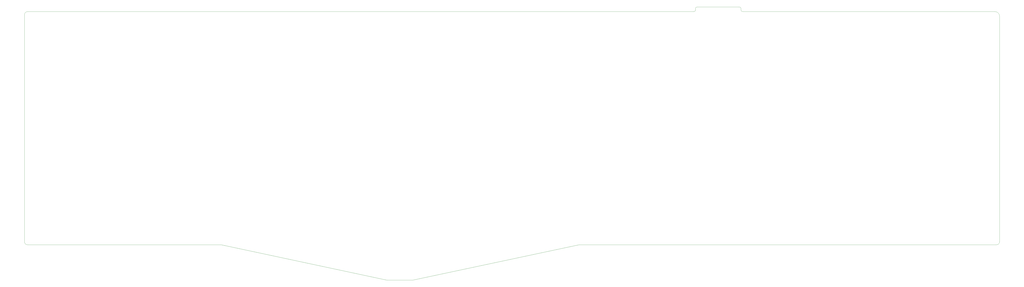
<source format=gm1>
G04 #@! TF.GenerationSoftware,KiCad,Pcbnew,(6.0.1-0)*
G04 #@! TF.CreationDate,2023-03-21T19:08:15-07:00*
G04 #@! TF.ProjectId,adelheid-xt,6164656c-6865-4696-942d-78742e6b6963,rev?*
G04 #@! TF.SameCoordinates,Original*
G04 #@! TF.FileFunction,Profile,NP*
%FSLAX46Y46*%
G04 Gerber Fmt 4.6, Leading zero omitted, Abs format (unit mm)*
G04 Created by KiCad (PCBNEW (6.0.1-0)) date 2023-03-21 19:08:15*
%MOMM*%
%LPD*%
G01*
G04 APERTURE LIST*
G04 #@! TA.AperFunction,Profile*
%ADD10C,0.100000*%
G04 #@! TD*
G04 APERTURE END LIST*
D10*
X2087500Y-347162500D02*
X101400000Y-347162500D01*
X367792000Y-225925000D02*
G75*
G03*
X366998250Y-225131250I-793750J0D01*
G01*
X500356250Y-229893750D02*
G75*
G03*
X497975000Y-227512500I-2381250J0D01*
G01*
X344487500Y-226718750D02*
X344487500Y-225925000D01*
X186200000Y-365250000D02*
X199500000Y-365250000D01*
X101400000Y-347162500D02*
X186200000Y-365250000D01*
X500356250Y-229893750D02*
X500356250Y-345575000D01*
X498768750Y-347162500D02*
X284700000Y-347162500D01*
X367792000Y-226718750D02*
G75*
G03*
X368585750Y-227512500I793750J0D01*
G01*
X2087500Y-227512500D02*
X343693750Y-227512500D01*
X498768750Y-347162500D02*
G75*
G03*
X500356250Y-345575000I0J1587500D01*
G01*
X345281250Y-225131250D02*
G75*
G03*
X344487500Y-225925000I0J-793750D01*
G01*
X2087500Y-227512500D02*
G75*
G03*
X500000Y-229100000I0J-1587500D01*
G01*
X345281250Y-225131250D02*
X366998250Y-225131250D01*
X500000Y-345575000D02*
G75*
G03*
X2087500Y-347162500I1587500J0D01*
G01*
X284700000Y-347162500D02*
X199500000Y-365250000D01*
X343693750Y-227512500D02*
G75*
G03*
X344487500Y-226718750I0J793750D01*
G01*
X367792000Y-225925000D02*
X367792000Y-226718750D01*
X368585750Y-227512500D02*
X497975000Y-227512500D01*
X500000Y-345575000D02*
X500000Y-229100000D01*
M02*

</source>
